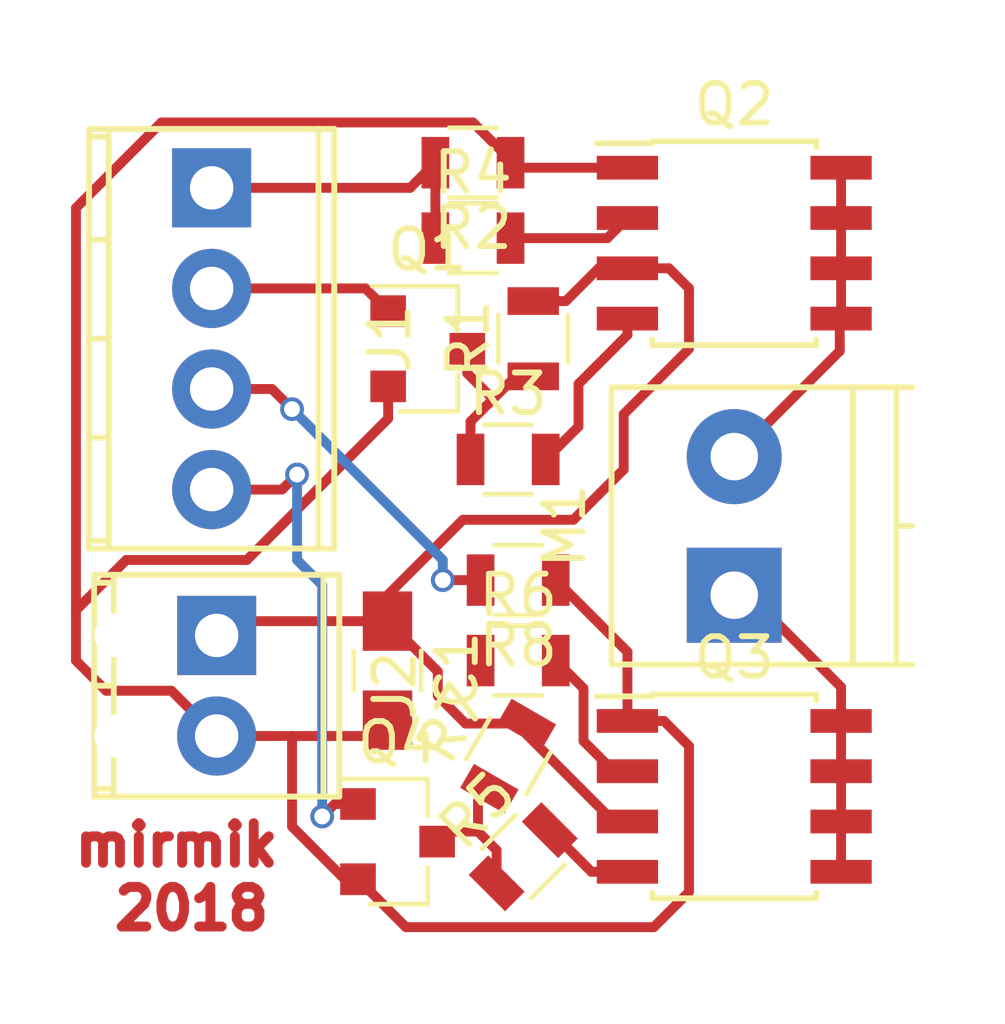
<source format=kicad_pcb>
(kicad_pcb (version 4) (host pcbnew 4.0.7-e2-6376~58~ubuntu16.04.1)

  (general
    (links 34)
    (no_connects 1)
    (area 160.38612 73.794427 186.145 99.814572)
    (thickness 1.6)
    (drawings 1)
    (tracks 109)
    (zones 0)
    (modules 16)
    (nets 15)
  )

  (page A4)
  (layers
    (0 F.Cu signal)
    (31 B.Cu signal)
    (32 B.Adhes user)
    (33 F.Adhes user)
    (34 B.Paste user)
    (35 F.Paste user)
    (36 B.SilkS user)
    (37 F.SilkS user)
    (38 B.Mask user)
    (39 F.Mask user)
    (40 Dwgs.User user)
    (41 Cmts.User user)
    (42 Eco1.User user)
    (43 Eco2.User user)
    (44 Edge.Cuts user)
    (45 Margin user)
    (46 B.CrtYd user)
    (47 F.CrtYd user)
    (48 B.Fab user)
    (49 F.Fab user)
  )

  (setup
    (last_trace_width 0.25)
    (trace_clearance 0.2)
    (zone_clearance 0.508)
    (zone_45_only no)
    (trace_min 0.2)
    (segment_width 0.2)
    (edge_width 0.15)
    (via_size 0.6)
    (via_drill 0.4)
    (via_min_size 0.4)
    (via_min_drill 0.3)
    (uvia_size 0.3)
    (uvia_drill 0.1)
    (uvias_allowed no)
    (uvia_min_size 0.2)
    (uvia_min_drill 0.1)
    (pcb_text_width 0.3)
    (pcb_text_size 1.5 1.5)
    (mod_edge_width 0.15)
    (mod_text_size 1 1)
    (mod_text_width 0.15)
    (pad_size 1.524 1.524)
    (pad_drill 0.762)
    (pad_to_mask_clearance 0.2)
    (aux_axis_origin 0 0)
    (visible_elements FFFCFFFF)
    (pcbplotparams
      (layerselection 0x00030_80000001)
      (usegerberextensions false)
      (excludeedgelayer true)
      (linewidth 0.100000)
      (plotframeref false)
      (viasonmask false)
      (mode 1)
      (useauxorigin false)
      (hpglpennumber 1)
      (hpglpenspeed 20)
      (hpglpendiameter 15)
      (hpglpenoverlay 2)
      (psnegative false)
      (psa4output false)
      (plotreference true)
      (plotvalue true)
      (plotinvisibletext false)
      (padsonsilk false)
      (subtractmaskfromsilk false)
      (outputformat 1)
      (mirror false)
      (drillshape 1)
      (scaleselection 1)
      (outputdirectory ""))
  )

  (net 0 "")
  (net 1 +BATT)
  (net 2 GNDREF)
  (net 3 /PWM_B)
  (net 4 /EN_A)
  (net 5 /PWM_A)
  (net 6 /EN_B)
  (net 7 "Net-(M1-Pad2)")
  (net 8 "Net-(M1-Pad1)")
  (net 9 "Net-(Q1-Pad3)")
  (net 10 "Net-(Q2-Pad2)")
  (net 11 "Net-(Q2-Pad4)")
  (net 12 "Net-(Q3-Pad2)")
  (net 13 "Net-(Q3-Pad4)")
  (net 14 "Net-(Q4-Pad3)")

  (net_class Default "This is the default net class."
    (clearance 0.2)
    (trace_width 0.25)
    (via_dia 0.6)
    (via_drill 0.4)
    (uvia_dia 0.3)
    (uvia_drill 0.1)
    (add_net +BATT)
    (add_net /EN_A)
    (add_net /EN_B)
    (add_net /PWM_A)
    (add_net /PWM_B)
    (add_net GNDREF)
    (add_net "Net-(M1-Pad1)")
    (add_net "Net-(M1-Pad2)")
    (add_net "Net-(Q1-Pad3)")
    (add_net "Net-(Q2-Pad2)")
    (add_net "Net-(Q2-Pad4)")
    (add_net "Net-(Q3-Pad2)")
    (add_net "Net-(Q3-Pad4)")
    (add_net "Net-(Q4-Pad3)")
  )

  (module Capacitors_SMD:C_0805_HandSoldering (layer F.Cu) (tedit 58AA84A8) (tstamp 5AF0A6CE)
    (at 170.307 90.805 270)
    (descr "Capacitor SMD 0805, hand soldering")
    (tags "capacitor 0805")
    (path /5AF0A12A)
    (attr smd)
    (fp_text reference C1 (at 0 -1.75 270) (layer F.SilkS)
      (effects (font (size 1 1) (thickness 0.15)))
    )
    (fp_text value C (at 0 1.75 270) (layer F.Fab)
      (effects (font (size 1 1) (thickness 0.15)))
    )
    (fp_text user %R (at 0 -1.75 270) (layer F.Fab)
      (effects (font (size 1 1) (thickness 0.15)))
    )
    (fp_line (start -1 0.62) (end -1 -0.62) (layer F.Fab) (width 0.1))
    (fp_line (start 1 0.62) (end -1 0.62) (layer F.Fab) (width 0.1))
    (fp_line (start 1 -0.62) (end 1 0.62) (layer F.Fab) (width 0.1))
    (fp_line (start -1 -0.62) (end 1 -0.62) (layer F.Fab) (width 0.1))
    (fp_line (start 0.5 -0.85) (end -0.5 -0.85) (layer F.SilkS) (width 0.12))
    (fp_line (start -0.5 0.85) (end 0.5 0.85) (layer F.SilkS) (width 0.12))
    (fp_line (start -2.25 -0.88) (end 2.25 -0.88) (layer F.CrtYd) (width 0.05))
    (fp_line (start -2.25 -0.88) (end -2.25 0.87) (layer F.CrtYd) (width 0.05))
    (fp_line (start 2.25 0.87) (end 2.25 -0.88) (layer F.CrtYd) (width 0.05))
    (fp_line (start 2.25 0.87) (end -2.25 0.87) (layer F.CrtYd) (width 0.05))
    (pad 1 smd rect (at -1.25 0 270) (size 1.5 1.25) (layers F.Cu F.Paste F.Mask)
      (net 1 +BATT))
    (pad 2 smd rect (at 1.25 0 270) (size 1.5 1.25) (layers F.Cu F.Paste F.Mask)
      (net 2 GNDREF))
    (model Capacitors_SMD.3dshapes/C_0805.wrl
      (at (xyz 0 0 0))
      (scale (xyz 1 1 1))
      (rotate (xyz 0 0 0))
    )
  )

  (module TerminalBlocks_Phoenix:TerminalBlock_Phoenix_MPT-2.54mm_4pol (layer F.Cu) (tedit 59FF0755) (tstamp 5AF0A6D6)
    (at 165.862 78.613 270)
    (descr "4-way 2.54mm pitch terminal block, Phoenix MPT series")
    (path /5AF0A683)
    (fp_text reference J1 (at 3.81 -4.50088 270) (layer F.SilkS)
      (effects (font (size 1 1) (thickness 0.15)))
    )
    (fp_text value Screw_Terminal_01x04 (at 3.81 4.50088 270) (layer F.Fab)
      (effects (font (size 1 1) (thickness 0.15)))
    )
    (fp_text user %R (at 3.81 0 270) (layer F.Fab)
      (effects (font (size 1 1) (thickness 0.15)))
    )
    (fp_line (start -1.78 -3.3) (end 9.4 -3.3) (layer F.CrtYd) (width 0.05))
    (fp_line (start -1.78 3.3) (end -1.78 -3.3) (layer F.CrtYd) (width 0.05))
    (fp_line (start 9.4 3.3) (end -1.78 3.3) (layer F.CrtYd) (width 0.05))
    (fp_line (start 9.4 -3.3) (end 9.4 3.3) (layer F.CrtYd) (width 0.05))
    (fp_line (start 9.11098 -3.0988) (end -1.49098 -3.0988) (layer F.SilkS) (width 0.15))
    (fp_line (start -1.49098 -2.70002) (end 9.11098 -2.70002) (layer F.SilkS) (width 0.15))
    (fp_line (start -1.49098 2.60096) (end 9.11098 2.60096) (layer F.SilkS) (width 0.15))
    (fp_line (start 9.11098 3.0988) (end -1.49098 3.0988) (layer F.SilkS) (width 0.15))
    (fp_line (start 6.30682 2.60096) (end 6.30682 3.0988) (layer F.SilkS) (width 0.15))
    (fp_line (start 3.81 2.60096) (end 3.81 3.0988) (layer F.SilkS) (width 0.15))
    (fp_line (start -1.28778 3.0988) (end -1.28778 2.60096) (layer F.SilkS) (width 0.15))
    (fp_line (start 8.91032 2.60096) (end 8.91032 3.0988) (layer F.SilkS) (width 0.15))
    (fp_line (start 1.31318 3.0988) (end 1.31318 2.60096) (layer F.SilkS) (width 0.15))
    (fp_line (start 9.10844 3.0988) (end 9.10844 -3.0988) (layer F.SilkS) (width 0.15))
    (fp_line (start -1.4859 -3.0988) (end -1.4859 3.0988) (layer F.SilkS) (width 0.15))
    (pad 4 thru_hole oval (at 7.62 0 90) (size 1.99898 1.99898) (drill 1.09728) (layers *.Cu *.Mask)
      (net 3 /PWM_B))
    (pad 1 thru_hole rect (at 0 0 90) (size 1.99898 1.99898) (drill 1.09728) (layers *.Cu *.Mask)
      (net 6 /EN_B))
    (pad 2 thru_hole oval (at 2.54 0 90) (size 1.99898 1.99898) (drill 1.09728) (layers *.Cu *.Mask)
      (net 5 /PWM_A))
    (pad 3 thru_hole oval (at 5.08 0 90) (size 1.99898 1.99898) (drill 1.09728) (layers *.Cu *.Mask)
      (net 4 /EN_A))
    (model ${KISYS3DMOD}/TerminalBlock_Phoenix.3dshapes/TerminalBlock_Phoenix_MPT-2.54mm_4pol.wrl
      (at (xyz 0.15 0 0))
      (scale (xyz 1 1 1))
      (rotate (xyz 0 0 0))
    )
  )

  (module TerminalBlocks_Phoenix:TerminalBlock_Phoenix_MPT-2.54mm_2pol (layer F.Cu) (tedit 59FF0755) (tstamp 5AF0A6DE)
    (at 165.989 89.916 270)
    (descr "2-way 2.54mm pitch terminal block, Phoenix MPT series")
    (path /5AF0C0ED)
    (fp_text reference J2 (at 1.27 -4.50088 270) (layer F.SilkS)
      (effects (font (size 1 1) (thickness 0.15)))
    )
    (fp_text value Screw_Terminal_01x02 (at 1.27 4.50088 270) (layer F.Fab)
      (effects (font (size 1 1) (thickness 0.15)))
    )
    (fp_text user %R (at 1.27 1.045 270) (layer F.Fab)
      (effects (font (size 1 1) (thickness 0.15)))
    )
    (fp_line (start -1.7 -3.3) (end 4.3 -3.3) (layer F.CrtYd) (width 0.05))
    (fp_line (start -1.7 3.3) (end -1.7 -3.3) (layer F.CrtYd) (width 0.05))
    (fp_line (start 4.3 3.3) (end -1.7 3.3) (layer F.CrtYd) (width 0.05))
    (fp_line (start 4.3 -3.3) (end 4.3 3.3) (layer F.CrtYd) (width 0.05))
    (fp_line (start 4.06908 2.60096) (end -1.52908 2.60096) (layer F.SilkS) (width 0.15))
    (fp_line (start -1.33096 3.0988) (end -1.33096 2.60096) (layer F.SilkS) (width 0.15))
    (fp_line (start 3.87096 2.60096) (end 3.87096 3.0988) (layer F.SilkS) (width 0.15))
    (fp_line (start 1.27 3.0988) (end 1.27 2.60096) (layer F.SilkS) (width 0.15))
    (fp_line (start -1.52908 -2.70002) (end 4.06908 -2.70002) (layer F.SilkS) (width 0.15))
    (fp_line (start -1.52908 3.0988) (end 4.06908 3.0988) (layer F.SilkS) (width 0.15))
    (fp_line (start 4.06908 3.0988) (end 4.06908 -3.0988) (layer F.SilkS) (width 0.15))
    (fp_line (start 4.06908 -3.0988) (end -1.52908 -3.0988) (layer F.SilkS) (width 0.15))
    (fp_line (start -1.52908 -3.0988) (end -1.52908 3.0988) (layer F.SilkS) (width 0.15))
    (pad 2 thru_hole oval (at 2.54 0 270) (size 1.99898 1.99898) (drill 1.09728) (layers *.Cu *.Mask)
      (net 2 GNDREF))
    (pad 1 thru_hole rect (at 0 0 270) (size 1.99898 1.99898) (drill 1.09728) (layers *.Cu *.Mask)
      (net 1 +BATT))
    (pad "" np_thru_hole circle (at 0 2.54 270) (size 1.1 1.1) (drill 1.1) (layers *.Cu *.Mask))
    (pad "" np_thru_hole circle (at 2.54 2.54 270) (size 1.1 1.1) (drill 1.1) (layers *.Cu *.Mask))
    (model ${KISYS3DMOD}/TerminalBlock_Phoenix.3dshapes/TerminalBlock_Phoenix_MPT-2.54mm_2pol.wrl
      (at (xyz 0.05 0 0))
      (scale (xyz 1 1 1))
      (rotate (xyz 0 0 0))
    )
  )

  (module TerminalBlocks_Phoenix:TerminalBlock_Phoenix_PT-3.5mm_2pol (layer F.Cu) (tedit 59FF0756) (tstamp 5AF0A6E4)
    (at 179.07 88.9 90)
    (descr "2-way 3.5mm pitch terminal block, Phoenix PT series")
    (path /5AF10717)
    (fp_text reference M1 (at 1.75 -4.3 90) (layer F.SilkS)
      (effects (font (size 1 1) (thickness 0.15)))
    )
    (fp_text value "Servo Motor" (at 1.75 6 90) (layer F.Fab)
      (effects (font (size 1 1) (thickness 0.15)))
    )
    (fp_text user %R (at 1.75 0 90) (layer F.Fab)
      (effects (font (size 1 1) (thickness 0.15)))
    )
    (fp_line (start -1.9 -3.3) (end 5.4 -3.3) (layer F.CrtYd) (width 0.05))
    (fp_line (start -1.9 4.7) (end -1.9 -3.3) (layer F.CrtYd) (width 0.05))
    (fp_line (start 5.4 4.7) (end -1.9 4.7) (layer F.CrtYd) (width 0.05))
    (fp_line (start 5.4 -3.3) (end 5.4 4.7) (layer F.CrtYd) (width 0.05))
    (fp_line (start 1.75 4.1) (end 1.75 4.5) (layer F.SilkS) (width 0.15))
    (fp_line (start -1.75 3) (end 5.25 3) (layer F.SilkS) (width 0.15))
    (fp_line (start -1.75 4.1) (end 5.25 4.1) (layer F.SilkS) (width 0.15))
    (fp_line (start -1.75 -3.1) (end -1.75 4.5) (layer F.SilkS) (width 0.15))
    (fp_line (start 5.25 4.5) (end 5.25 -3.1) (layer F.SilkS) (width 0.15))
    (fp_line (start 5.25 -3.1) (end -1.75 -3.1) (layer F.SilkS) (width 0.15))
    (pad 2 thru_hole circle (at 3.5 0 90) (size 2.4 2.4) (drill 1.2) (layers *.Cu *.Mask)
      (net 7 "Net-(M1-Pad2)"))
    (pad 1 thru_hole rect (at 0 0 90) (size 2.4 2.4) (drill 1.2) (layers *.Cu *.Mask)
      (net 8 "Net-(M1-Pad1)"))
    (model ${KISYS3DMOD}/TerminalBlock_Phoenix.3dshapes/TerminalBlock_Phoenix_PT-3.5mm_2pol.wrl
      (at (xyz 0 0 0))
      (scale (xyz 1 1 1))
      (rotate (xyz 0 0 0))
    )
  )

  (module TO_SOT_Packages_SMD:SOT-23 (layer F.Cu) (tedit 58CE4E7E) (tstamp 5AF0A6EB)
    (at 171.323 82.677)
    (descr "SOT-23, Standard")
    (tags SOT-23)
    (path /5AF0DF14)
    (attr smd)
    (fp_text reference Q1 (at 0 -2.5) (layer F.SilkS)
      (effects (font (size 1 1) (thickness 0.15)))
    )
    (fp_text value 2N7002 (at 0 2.5) (layer F.Fab)
      (effects (font (size 1 1) (thickness 0.15)))
    )
    (fp_text user %R (at 0 0 90) (layer F.Fab)
      (effects (font (size 0.5 0.5) (thickness 0.075)))
    )
    (fp_line (start -0.7 -0.95) (end -0.7 1.5) (layer F.Fab) (width 0.1))
    (fp_line (start -0.15 -1.52) (end 0.7 -1.52) (layer F.Fab) (width 0.1))
    (fp_line (start -0.7 -0.95) (end -0.15 -1.52) (layer F.Fab) (width 0.1))
    (fp_line (start 0.7 -1.52) (end 0.7 1.52) (layer F.Fab) (width 0.1))
    (fp_line (start -0.7 1.52) (end 0.7 1.52) (layer F.Fab) (width 0.1))
    (fp_line (start 0.76 1.58) (end 0.76 0.65) (layer F.SilkS) (width 0.12))
    (fp_line (start 0.76 -1.58) (end 0.76 -0.65) (layer F.SilkS) (width 0.12))
    (fp_line (start -1.7 -1.75) (end 1.7 -1.75) (layer F.CrtYd) (width 0.05))
    (fp_line (start 1.7 -1.75) (end 1.7 1.75) (layer F.CrtYd) (width 0.05))
    (fp_line (start 1.7 1.75) (end -1.7 1.75) (layer F.CrtYd) (width 0.05))
    (fp_line (start -1.7 1.75) (end -1.7 -1.75) (layer F.CrtYd) (width 0.05))
    (fp_line (start 0.76 -1.58) (end -1.4 -1.58) (layer F.SilkS) (width 0.12))
    (fp_line (start 0.76 1.58) (end -0.7 1.58) (layer F.SilkS) (width 0.12))
    (pad 1 smd rect (at -1 -0.95) (size 0.9 0.8) (layers F.Cu F.Paste F.Mask)
      (net 5 /PWM_A))
    (pad 2 smd rect (at -1 0.95) (size 0.9 0.8) (layers F.Cu F.Paste F.Mask)
      (net 2 GNDREF))
    (pad 3 smd rect (at 1 0) (size 0.9 0.8) (layers F.Cu F.Paste F.Mask)
      (net 9 "Net-(Q1-Pad3)"))
    (model ${KISYS3DMOD}/TO_SOT_Packages_SMD.3dshapes/SOT-23.wrl
      (at (xyz 0 0 0))
      (scale (xyz 1 1 1))
      (rotate (xyz 0 0 0))
    )
  )

  (module Housings_SOIC:SOIC-8_3.9x4.9mm_Pitch1.27mm (layer F.Cu) (tedit 58CD0CDA) (tstamp 5AF0A6F7)
    (at 179.07 80.01)
    (descr "8-Lead Plastic Small Outline (SN) - Narrow, 3.90 mm Body [SOIC] (see Microchip Packaging Specification 00000049BS.pdf)")
    (tags "SOIC 1.27")
    (path /5AF0DEEF)
    (attr smd)
    (fp_text reference Q2 (at 0 -3.5) (layer F.SilkS)
      (effects (font (size 1 1) (thickness 0.15)))
    )
    (fp_text value IRF7309IPBF (at 0 3.5) (layer F.Fab)
      (effects (font (size 1 1) (thickness 0.15)))
    )
    (fp_text user %R (at 0 0) (layer F.Fab)
      (effects (font (size 1 1) (thickness 0.15)))
    )
    (fp_line (start -0.95 -2.45) (end 1.95 -2.45) (layer F.Fab) (width 0.1))
    (fp_line (start 1.95 -2.45) (end 1.95 2.45) (layer F.Fab) (width 0.1))
    (fp_line (start 1.95 2.45) (end -1.95 2.45) (layer F.Fab) (width 0.1))
    (fp_line (start -1.95 2.45) (end -1.95 -1.45) (layer F.Fab) (width 0.1))
    (fp_line (start -1.95 -1.45) (end -0.95 -2.45) (layer F.Fab) (width 0.1))
    (fp_line (start -3.73 -2.7) (end -3.73 2.7) (layer F.CrtYd) (width 0.05))
    (fp_line (start 3.73 -2.7) (end 3.73 2.7) (layer F.CrtYd) (width 0.05))
    (fp_line (start -3.73 -2.7) (end 3.73 -2.7) (layer F.CrtYd) (width 0.05))
    (fp_line (start -3.73 2.7) (end 3.73 2.7) (layer F.CrtYd) (width 0.05))
    (fp_line (start -2.075 -2.575) (end -2.075 -2.525) (layer F.SilkS) (width 0.15))
    (fp_line (start 2.075 -2.575) (end 2.075 -2.43) (layer F.SilkS) (width 0.15))
    (fp_line (start 2.075 2.575) (end 2.075 2.43) (layer F.SilkS) (width 0.15))
    (fp_line (start -2.075 2.575) (end -2.075 2.43) (layer F.SilkS) (width 0.15))
    (fp_line (start -2.075 -2.575) (end 2.075 -2.575) (layer F.SilkS) (width 0.15))
    (fp_line (start -2.075 2.575) (end 2.075 2.575) (layer F.SilkS) (width 0.15))
    (fp_line (start -2.075 -2.525) (end -3.475 -2.525) (layer F.SilkS) (width 0.15))
    (pad 1 smd rect (at -2.7 -1.905) (size 1.55 0.6) (layers F.Cu F.Paste F.Mask)
      (net 2 GNDREF))
    (pad 2 smd rect (at -2.7 -0.635) (size 1.55 0.6) (layers F.Cu F.Paste F.Mask)
      (net 10 "Net-(Q2-Pad2)"))
    (pad 3 smd rect (at -2.7 0.635) (size 1.55 0.6) (layers F.Cu F.Paste F.Mask)
      (net 1 +BATT))
    (pad 4 smd rect (at -2.7 1.905) (size 1.55 0.6) (layers F.Cu F.Paste F.Mask)
      (net 11 "Net-(Q2-Pad4)"))
    (pad 5 smd rect (at 2.7 1.905) (size 1.55 0.6) (layers F.Cu F.Paste F.Mask)
      (net 7 "Net-(M1-Pad2)"))
    (pad 6 smd rect (at 2.7 0.635) (size 1.55 0.6) (layers F.Cu F.Paste F.Mask)
      (net 7 "Net-(M1-Pad2)"))
    (pad 7 smd rect (at 2.7 -0.635) (size 1.55 0.6) (layers F.Cu F.Paste F.Mask)
      (net 7 "Net-(M1-Pad2)"))
    (pad 8 smd rect (at 2.7 -1.905) (size 1.55 0.6) (layers F.Cu F.Paste F.Mask)
      (net 7 "Net-(M1-Pad2)"))
    (model ${KISYS3DMOD}/Housings_SOIC.3dshapes/SOIC-8_3.9x4.9mm_Pitch1.27mm.wrl
      (at (xyz 0 0 0))
      (scale (xyz 1 1 1))
      (rotate (xyz 0 0 0))
    )
  )

  (module Housings_SOIC:SOIC-8_3.9x4.9mm_Pitch1.27mm (layer F.Cu) (tedit 58CD0CDA) (tstamp 5AF0A703)
    (at 179.07 93.98)
    (descr "8-Lead Plastic Small Outline (SN) - Narrow, 3.90 mm Body [SOIC] (see Microchip Packaging Specification 00000049BS.pdf)")
    (tags "SOIC 1.27")
    (path /5AF08F55)
    (attr smd)
    (fp_text reference Q3 (at 0 -3.5) (layer F.SilkS)
      (effects (font (size 1 1) (thickness 0.15)))
    )
    (fp_text value IRF7309IPBF (at 0 3.5) (layer F.Fab)
      (effects (font (size 1 1) (thickness 0.15)))
    )
    (fp_text user %R (at 0 0) (layer F.Fab)
      (effects (font (size 1 1) (thickness 0.15)))
    )
    (fp_line (start -0.95 -2.45) (end 1.95 -2.45) (layer F.Fab) (width 0.1))
    (fp_line (start 1.95 -2.45) (end 1.95 2.45) (layer F.Fab) (width 0.1))
    (fp_line (start 1.95 2.45) (end -1.95 2.45) (layer F.Fab) (width 0.1))
    (fp_line (start -1.95 2.45) (end -1.95 -1.45) (layer F.Fab) (width 0.1))
    (fp_line (start -1.95 -1.45) (end -0.95 -2.45) (layer F.Fab) (width 0.1))
    (fp_line (start -3.73 -2.7) (end -3.73 2.7) (layer F.CrtYd) (width 0.05))
    (fp_line (start 3.73 -2.7) (end 3.73 2.7) (layer F.CrtYd) (width 0.05))
    (fp_line (start -3.73 -2.7) (end 3.73 -2.7) (layer F.CrtYd) (width 0.05))
    (fp_line (start -3.73 2.7) (end 3.73 2.7) (layer F.CrtYd) (width 0.05))
    (fp_line (start -2.075 -2.575) (end -2.075 -2.525) (layer F.SilkS) (width 0.15))
    (fp_line (start 2.075 -2.575) (end 2.075 -2.43) (layer F.SilkS) (width 0.15))
    (fp_line (start 2.075 2.575) (end 2.075 2.43) (layer F.SilkS) (width 0.15))
    (fp_line (start -2.075 2.575) (end -2.075 2.43) (layer F.SilkS) (width 0.15))
    (fp_line (start -2.075 -2.575) (end 2.075 -2.575) (layer F.SilkS) (width 0.15))
    (fp_line (start -2.075 2.575) (end 2.075 2.575) (layer F.SilkS) (width 0.15))
    (fp_line (start -2.075 -2.525) (end -3.475 -2.525) (layer F.SilkS) (width 0.15))
    (pad 1 smd rect (at -2.7 -1.905) (size 1.55 0.6) (layers F.Cu F.Paste F.Mask)
      (net 2 GNDREF))
    (pad 2 smd rect (at -2.7 -0.635) (size 1.55 0.6) (layers F.Cu F.Paste F.Mask)
      (net 12 "Net-(Q3-Pad2)"))
    (pad 3 smd rect (at -2.7 0.635) (size 1.55 0.6) (layers F.Cu F.Paste F.Mask)
      (net 1 +BATT))
    (pad 4 smd rect (at -2.7 1.905) (size 1.55 0.6) (layers F.Cu F.Paste F.Mask)
      (net 13 "Net-(Q3-Pad4)"))
    (pad 5 smd rect (at 2.7 1.905) (size 1.55 0.6) (layers F.Cu F.Paste F.Mask)
      (net 8 "Net-(M1-Pad1)"))
    (pad 6 smd rect (at 2.7 0.635) (size 1.55 0.6) (layers F.Cu F.Paste F.Mask)
      (net 8 "Net-(M1-Pad1)"))
    (pad 7 smd rect (at 2.7 -0.635) (size 1.55 0.6) (layers F.Cu F.Paste F.Mask)
      (net 8 "Net-(M1-Pad1)"))
    (pad 8 smd rect (at 2.7 -1.905) (size 1.55 0.6) (layers F.Cu F.Paste F.Mask)
      (net 8 "Net-(M1-Pad1)"))
    (model ${KISYS3DMOD}/Housings_SOIC.3dshapes/SOIC-8_3.9x4.9mm_Pitch1.27mm.wrl
      (at (xyz 0 0 0))
      (scale (xyz 1 1 1))
      (rotate (xyz 0 0 0))
    )
  )

  (module TO_SOT_Packages_SMD:SOT-23 (layer F.Cu) (tedit 58CE4E7E) (tstamp 5AF0A70A)
    (at 170.561 95.123)
    (descr "SOT-23, Standard")
    (tags SOT-23)
    (path /5AF094AB)
    (attr smd)
    (fp_text reference Q4 (at 0 -2.5) (layer F.SilkS)
      (effects (font (size 1 1) (thickness 0.15)))
    )
    (fp_text value 2N7002 (at 0 2.5) (layer F.Fab)
      (effects (font (size 1 1) (thickness 0.15)))
    )
    (fp_text user %R (at 0 0 90) (layer F.Fab)
      (effects (font (size 0.5 0.5) (thickness 0.075)))
    )
    (fp_line (start -0.7 -0.95) (end -0.7 1.5) (layer F.Fab) (width 0.1))
    (fp_line (start -0.15 -1.52) (end 0.7 -1.52) (layer F.Fab) (width 0.1))
    (fp_line (start -0.7 -0.95) (end -0.15 -1.52) (layer F.Fab) (width 0.1))
    (fp_line (start 0.7 -1.52) (end 0.7 1.52) (layer F.Fab) (width 0.1))
    (fp_line (start -0.7 1.52) (end 0.7 1.52) (layer F.Fab) (width 0.1))
    (fp_line (start 0.76 1.58) (end 0.76 0.65) (layer F.SilkS) (width 0.12))
    (fp_line (start 0.76 -1.58) (end 0.76 -0.65) (layer F.SilkS) (width 0.12))
    (fp_line (start -1.7 -1.75) (end 1.7 -1.75) (layer F.CrtYd) (width 0.05))
    (fp_line (start 1.7 -1.75) (end 1.7 1.75) (layer F.CrtYd) (width 0.05))
    (fp_line (start 1.7 1.75) (end -1.7 1.75) (layer F.CrtYd) (width 0.05))
    (fp_line (start -1.7 1.75) (end -1.7 -1.75) (layer F.CrtYd) (width 0.05))
    (fp_line (start 0.76 -1.58) (end -1.4 -1.58) (layer F.SilkS) (width 0.12))
    (fp_line (start 0.76 1.58) (end -0.7 1.58) (layer F.SilkS) (width 0.12))
    (pad 1 smd rect (at -1 -0.95) (size 0.9 0.8) (layers F.Cu F.Paste F.Mask)
      (net 3 /PWM_B))
    (pad 2 smd rect (at -1 0.95) (size 0.9 0.8) (layers F.Cu F.Paste F.Mask)
      (net 2 GNDREF))
    (pad 3 smd rect (at 1 0) (size 0.9 0.8) (layers F.Cu F.Paste F.Mask)
      (net 14 "Net-(Q4-Pad3)"))
    (model ${KISYS3DMOD}/TO_SOT_Packages_SMD.3dshapes/SOT-23.wrl
      (at (xyz 0 0 0))
      (scale (xyz 1 1 1))
      (rotate (xyz 0 0 0))
    )
  )

  (module Resistors_SMD:R_0805 (layer F.Cu) (tedit 58E0A804) (tstamp 5AF0A710)
    (at 173.99 82.423 90)
    (descr "Resistor SMD 0805, reflow soldering, Vishay (see dcrcw.pdf)")
    (tags "resistor 0805")
    (path /5AF0DF21)
    (attr smd)
    (fp_text reference R1 (at 0 -1.65 90) (layer F.SilkS)
      (effects (font (size 1 1) (thickness 0.15)))
    )
    (fp_text value R (at 0 1.75 90) (layer F.Fab)
      (effects (font (size 1 1) (thickness 0.15)))
    )
    (fp_text user %R (at 0 0 90) (layer F.Fab)
      (effects (font (size 0.5 0.5) (thickness 0.075)))
    )
    (fp_line (start -1 0.62) (end -1 -0.62) (layer F.Fab) (width 0.1))
    (fp_line (start 1 0.62) (end -1 0.62) (layer F.Fab) (width 0.1))
    (fp_line (start 1 -0.62) (end 1 0.62) (layer F.Fab) (width 0.1))
    (fp_line (start -1 -0.62) (end 1 -0.62) (layer F.Fab) (width 0.1))
    (fp_line (start 0.6 0.88) (end -0.6 0.88) (layer F.SilkS) (width 0.12))
    (fp_line (start -0.6 -0.88) (end 0.6 -0.88) (layer F.SilkS) (width 0.12))
    (fp_line (start -1.55 -0.9) (end 1.55 -0.9) (layer F.CrtYd) (width 0.05))
    (fp_line (start -1.55 -0.9) (end -1.55 0.9) (layer F.CrtYd) (width 0.05))
    (fp_line (start 1.55 0.9) (end 1.55 -0.9) (layer F.CrtYd) (width 0.05))
    (fp_line (start 1.55 0.9) (end -1.55 0.9) (layer F.CrtYd) (width 0.05))
    (pad 1 smd rect (at -0.95 0 90) (size 0.7 1.3) (layers F.Cu F.Paste F.Mask)
      (net 9 "Net-(Q1-Pad3)"))
    (pad 2 smd rect (at 0.95 0 90) (size 0.7 1.3) (layers F.Cu F.Paste F.Mask)
      (net 1 +BATT))
    (model ${KISYS3DMOD}/Resistors_SMD.3dshapes/R_0805.wrl
      (at (xyz 0 0 0))
      (scale (xyz 1 1 1))
      (rotate (xyz 0 0 0))
    )
  )

  (module Resistors_SMD:R_0805 (layer F.Cu) (tedit 58E0A804) (tstamp 5AF0A716)
    (at 172.466 77.978 180)
    (descr "Resistor SMD 0805, reflow soldering, Vishay (see dcrcw.pdf)")
    (tags "resistor 0805")
    (path /5AF0DF0D)
    (attr smd)
    (fp_text reference R2 (at 0 -1.65 180) (layer F.SilkS)
      (effects (font (size 1 1) (thickness 0.15)))
    )
    (fp_text value R (at 0 1.75 180) (layer F.Fab)
      (effects (font (size 1 1) (thickness 0.15)))
    )
    (fp_text user %R (at 0 0 180) (layer F.Fab)
      (effects (font (size 0.5 0.5) (thickness 0.075)))
    )
    (fp_line (start -1 0.62) (end -1 -0.62) (layer F.Fab) (width 0.1))
    (fp_line (start 1 0.62) (end -1 0.62) (layer F.Fab) (width 0.1))
    (fp_line (start 1 -0.62) (end 1 0.62) (layer F.Fab) (width 0.1))
    (fp_line (start -1 -0.62) (end 1 -0.62) (layer F.Fab) (width 0.1))
    (fp_line (start 0.6 0.88) (end -0.6 0.88) (layer F.SilkS) (width 0.12))
    (fp_line (start -0.6 -0.88) (end 0.6 -0.88) (layer F.SilkS) (width 0.12))
    (fp_line (start -1.55 -0.9) (end 1.55 -0.9) (layer F.CrtYd) (width 0.05))
    (fp_line (start -1.55 -0.9) (end -1.55 0.9) (layer F.CrtYd) (width 0.05))
    (fp_line (start 1.55 0.9) (end 1.55 -0.9) (layer F.CrtYd) (width 0.05))
    (fp_line (start 1.55 0.9) (end -1.55 0.9) (layer F.CrtYd) (width 0.05))
    (pad 1 smd rect (at -0.95 0 180) (size 0.7 1.3) (layers F.Cu F.Paste F.Mask)
      (net 2 GNDREF))
    (pad 2 smd rect (at 0.95 0 180) (size 0.7 1.3) (layers F.Cu F.Paste F.Mask)
      (net 6 /EN_B))
    (model ${KISYS3DMOD}/Resistors_SMD.3dshapes/R_0805.wrl
      (at (xyz 0 0 0))
      (scale (xyz 1 1 1))
      (rotate (xyz 0 0 0))
    )
  )

  (module Resistors_SMD:R_0805 (layer F.Cu) (tedit 58E0A804) (tstamp 5AF0A71C)
    (at 173.355 85.471)
    (descr "Resistor SMD 0805, reflow soldering, Vishay (see dcrcw.pdf)")
    (tags "resistor 0805")
    (path /5AF0DEFB)
    (attr smd)
    (fp_text reference R3 (at 0 -1.65) (layer F.SilkS)
      (effects (font (size 1 1) (thickness 0.15)))
    )
    (fp_text value R (at 0 1.75) (layer F.Fab)
      (effects (font (size 1 1) (thickness 0.15)))
    )
    (fp_text user %R (at 0 0) (layer F.Fab)
      (effects (font (size 0.5 0.5) (thickness 0.075)))
    )
    (fp_line (start -1 0.62) (end -1 -0.62) (layer F.Fab) (width 0.1))
    (fp_line (start 1 0.62) (end -1 0.62) (layer F.Fab) (width 0.1))
    (fp_line (start 1 -0.62) (end 1 0.62) (layer F.Fab) (width 0.1))
    (fp_line (start -1 -0.62) (end 1 -0.62) (layer F.Fab) (width 0.1))
    (fp_line (start 0.6 0.88) (end -0.6 0.88) (layer F.SilkS) (width 0.12))
    (fp_line (start -0.6 -0.88) (end 0.6 -0.88) (layer F.SilkS) (width 0.12))
    (fp_line (start -1.55 -0.9) (end 1.55 -0.9) (layer F.CrtYd) (width 0.05))
    (fp_line (start -1.55 -0.9) (end -1.55 0.9) (layer F.CrtYd) (width 0.05))
    (fp_line (start 1.55 0.9) (end 1.55 -0.9) (layer F.CrtYd) (width 0.05))
    (fp_line (start 1.55 0.9) (end -1.55 0.9) (layer F.CrtYd) (width 0.05))
    (pad 1 smd rect (at -0.95 0) (size 0.7 1.3) (layers F.Cu F.Paste F.Mask)
      (net 9 "Net-(Q1-Pad3)"))
    (pad 2 smd rect (at 0.95 0) (size 0.7 1.3) (layers F.Cu F.Paste F.Mask)
      (net 11 "Net-(Q2-Pad4)"))
    (model ${KISYS3DMOD}/Resistors_SMD.3dshapes/R_0805.wrl
      (at (xyz 0 0 0))
      (scale (xyz 1 1 1))
      (rotate (xyz 0 0 0))
    )
  )

  (module Resistors_SMD:R_0805 (layer F.Cu) (tedit 58E0A804) (tstamp 5AF0A722)
    (at 172.466 79.883)
    (descr "Resistor SMD 0805, reflow soldering, Vishay (see dcrcw.pdf)")
    (tags "resistor 0805")
    (path /5AF0DF01)
    (attr smd)
    (fp_text reference R4 (at 0 -1.65) (layer F.SilkS)
      (effects (font (size 1 1) (thickness 0.15)))
    )
    (fp_text value R (at 0 1.75) (layer F.Fab)
      (effects (font (size 1 1) (thickness 0.15)))
    )
    (fp_text user %R (at 0 0) (layer F.Fab)
      (effects (font (size 0.5 0.5) (thickness 0.075)))
    )
    (fp_line (start -1 0.62) (end -1 -0.62) (layer F.Fab) (width 0.1))
    (fp_line (start 1 0.62) (end -1 0.62) (layer F.Fab) (width 0.1))
    (fp_line (start 1 -0.62) (end 1 0.62) (layer F.Fab) (width 0.1))
    (fp_line (start -1 -0.62) (end 1 -0.62) (layer F.Fab) (width 0.1))
    (fp_line (start 0.6 0.88) (end -0.6 0.88) (layer F.SilkS) (width 0.12))
    (fp_line (start -0.6 -0.88) (end 0.6 -0.88) (layer F.SilkS) (width 0.12))
    (fp_line (start -1.55 -0.9) (end 1.55 -0.9) (layer F.CrtYd) (width 0.05))
    (fp_line (start -1.55 -0.9) (end -1.55 0.9) (layer F.CrtYd) (width 0.05))
    (fp_line (start 1.55 0.9) (end 1.55 -0.9) (layer F.CrtYd) (width 0.05))
    (fp_line (start 1.55 0.9) (end -1.55 0.9) (layer F.CrtYd) (width 0.05))
    (pad 1 smd rect (at -0.95 0) (size 0.7 1.3) (layers F.Cu F.Paste F.Mask)
      (net 6 /EN_B))
    (pad 2 smd rect (at 0.95 0) (size 0.7 1.3) (layers F.Cu F.Paste F.Mask)
      (net 10 "Net-(Q2-Pad2)"))
    (model ${KISYS3DMOD}/Resistors_SMD.3dshapes/R_0805.wrl
      (at (xyz 0 0 0))
      (scale (xyz 1 1 1))
      (rotate (xyz 0 0 0))
    )
  )

  (module Resistors_SMD:R_0805 (layer F.Cu) (tedit 58E0A804) (tstamp 5AF0A728)
    (at 173.736 95.504 45)
    (descr "Resistor SMD 0805, reflow soldering, Vishay (see dcrcw.pdf)")
    (tags "resistor 0805")
    (path /5AF091EA)
    (attr smd)
    (fp_text reference R5 (at 0 -1.65 45) (layer F.SilkS)
      (effects (font (size 1 1) (thickness 0.15)))
    )
    (fp_text value R (at 0 1.75 45) (layer F.Fab)
      (effects (font (size 1 1) (thickness 0.15)))
    )
    (fp_text user %R (at 0 0 45) (layer F.Fab)
      (effects (font (size 0.5 0.5) (thickness 0.075)))
    )
    (fp_line (start -1 0.62) (end -1 -0.62) (layer F.Fab) (width 0.1))
    (fp_line (start 1 0.62) (end -1 0.62) (layer F.Fab) (width 0.1))
    (fp_line (start 1 -0.62) (end 1 0.62) (layer F.Fab) (width 0.1))
    (fp_line (start -1 -0.62) (end 1 -0.62) (layer F.Fab) (width 0.1))
    (fp_line (start 0.6 0.88) (end -0.6 0.88) (layer F.SilkS) (width 0.12))
    (fp_line (start -0.6 -0.88) (end 0.6 -0.88) (layer F.SilkS) (width 0.12))
    (fp_line (start -1.55 -0.9) (end 1.55 -0.9) (layer F.CrtYd) (width 0.05))
    (fp_line (start -1.55 -0.9) (end -1.55 0.9) (layer F.CrtYd) (width 0.05))
    (fp_line (start 1.55 0.9) (end 1.55 -0.9) (layer F.CrtYd) (width 0.05))
    (fp_line (start 1.55 0.9) (end -1.55 0.9) (layer F.CrtYd) (width 0.05))
    (pad 1 smd rect (at -0.95 0 45) (size 0.7 1.3) (layers F.Cu F.Paste F.Mask)
      (net 14 "Net-(Q4-Pad3)"))
    (pad 2 smd rect (at 0.95 0 45) (size 0.7 1.3) (layers F.Cu F.Paste F.Mask)
      (net 13 "Net-(Q3-Pad4)"))
    (model ${KISYS3DMOD}/Resistors_SMD.3dshapes/R_0805.wrl
      (at (xyz 0 0 0))
      (scale (xyz 1 1 1))
      (rotate (xyz 0 0 0))
    )
  )

  (module Resistors_SMD:R_0805 (layer F.Cu) (tedit 58E0A804) (tstamp 5AF0A72E)
    (at 173.609 90.551)
    (descr "Resistor SMD 0805, reflow soldering, Vishay (see dcrcw.pdf)")
    (tags "resistor 0805")
    (path /5AF092AA)
    (attr smd)
    (fp_text reference R6 (at 0 -1.65) (layer F.SilkS)
      (effects (font (size 1 1) (thickness 0.15)))
    )
    (fp_text value R (at 0 1.75) (layer F.Fab)
      (effects (font (size 1 1) (thickness 0.15)))
    )
    (fp_text user %R (at 0 0) (layer F.Fab)
      (effects (font (size 0.5 0.5) (thickness 0.075)))
    )
    (fp_line (start -1 0.62) (end -1 -0.62) (layer F.Fab) (width 0.1))
    (fp_line (start 1 0.62) (end -1 0.62) (layer F.Fab) (width 0.1))
    (fp_line (start 1 -0.62) (end 1 0.62) (layer F.Fab) (width 0.1))
    (fp_line (start -1 -0.62) (end 1 -0.62) (layer F.Fab) (width 0.1))
    (fp_line (start 0.6 0.88) (end -0.6 0.88) (layer F.SilkS) (width 0.12))
    (fp_line (start -0.6 -0.88) (end 0.6 -0.88) (layer F.SilkS) (width 0.12))
    (fp_line (start -1.55 -0.9) (end 1.55 -0.9) (layer F.CrtYd) (width 0.05))
    (fp_line (start -1.55 -0.9) (end -1.55 0.9) (layer F.CrtYd) (width 0.05))
    (fp_line (start 1.55 0.9) (end 1.55 -0.9) (layer F.CrtYd) (width 0.05))
    (fp_line (start 1.55 0.9) (end -1.55 0.9) (layer F.CrtYd) (width 0.05))
    (pad 1 smd rect (at -0.95 0) (size 0.7 1.3) (layers F.Cu F.Paste F.Mask)
      (net 4 /EN_A))
    (pad 2 smd rect (at 0.95 0) (size 0.7 1.3) (layers F.Cu F.Paste F.Mask)
      (net 12 "Net-(Q3-Pad2)"))
    (model ${KISYS3DMOD}/Resistors_SMD.3dshapes/R_0805.wrl
      (at (xyz 0 0 0))
      (scale (xyz 1 1 1))
      (rotate (xyz 0 0 0))
    )
  )

  (module Resistors_SMD:R_0805 (layer F.Cu) (tedit 58E0A804) (tstamp 5AF0A734)
    (at 173.355 92.964 60)
    (descr "Resistor SMD 0805, reflow soldering, Vishay (see dcrcw.pdf)")
    (tags "resistor 0805")
    (path /5AF09894)
    (attr smd)
    (fp_text reference R7 (at 0 -1.65 60) (layer F.SilkS)
      (effects (font (size 1 1) (thickness 0.15)))
    )
    (fp_text value R (at 0 1.75 60) (layer F.Fab)
      (effects (font (size 1 1) (thickness 0.15)))
    )
    (fp_text user %R (at 0 0 60) (layer F.Fab)
      (effects (font (size 0.5 0.5) (thickness 0.075)))
    )
    (fp_line (start -1 0.62) (end -1 -0.62) (layer F.Fab) (width 0.1))
    (fp_line (start 1 0.62) (end -1 0.62) (layer F.Fab) (width 0.1))
    (fp_line (start 1 -0.62) (end 1 0.62) (layer F.Fab) (width 0.1))
    (fp_line (start -1 -0.62) (end 1 -0.62) (layer F.Fab) (width 0.1))
    (fp_line (start 0.6 0.88) (end -0.6 0.88) (layer F.SilkS) (width 0.12))
    (fp_line (start -0.6 -0.88) (end 0.6 -0.88) (layer F.SilkS) (width 0.12))
    (fp_line (start -1.55 -0.9) (end 1.55 -0.9) (layer F.CrtYd) (width 0.05))
    (fp_line (start -1.55 -0.9) (end -1.55 0.9) (layer F.CrtYd) (width 0.05))
    (fp_line (start 1.55 0.9) (end 1.55 -0.9) (layer F.CrtYd) (width 0.05))
    (fp_line (start 1.55 0.9) (end -1.55 0.9) (layer F.CrtYd) (width 0.05))
    (pad 1 smd rect (at -0.95 0 60) (size 0.7 1.3) (layers F.Cu F.Paste F.Mask)
      (net 14 "Net-(Q4-Pad3)"))
    (pad 2 smd rect (at 0.95 0 60) (size 0.7 1.3) (layers F.Cu F.Paste F.Mask)
      (net 1 +BATT))
    (model ${KISYS3DMOD}/Resistors_SMD.3dshapes/R_0805.wrl
      (at (xyz 0 0 0))
      (scale (xyz 1 1 1))
      (rotate (xyz 0 0 0))
    )
  )

  (module Resistors_SMD:R_0805 (layer F.Cu) (tedit 58E0A804) (tstamp 5AF0A73A)
    (at 173.609 88.519 180)
    (descr "Resistor SMD 0805, reflow soldering, Vishay (see dcrcw.pdf)")
    (tags "resistor 0805")
    (path /5AF09353)
    (attr smd)
    (fp_text reference R8 (at 0 -1.65 180) (layer F.SilkS)
      (effects (font (size 1 1) (thickness 0.15)))
    )
    (fp_text value R (at 0 1.75 180) (layer F.Fab)
      (effects (font (size 1 1) (thickness 0.15)))
    )
    (fp_text user %R (at 0 0 180) (layer F.Fab)
      (effects (font (size 0.5 0.5) (thickness 0.075)))
    )
    (fp_line (start -1 0.62) (end -1 -0.62) (layer F.Fab) (width 0.1))
    (fp_line (start 1 0.62) (end -1 0.62) (layer F.Fab) (width 0.1))
    (fp_line (start 1 -0.62) (end 1 0.62) (layer F.Fab) (width 0.1))
    (fp_line (start -1 -0.62) (end 1 -0.62) (layer F.Fab) (width 0.1))
    (fp_line (start 0.6 0.88) (end -0.6 0.88) (layer F.SilkS) (width 0.12))
    (fp_line (start -0.6 -0.88) (end 0.6 -0.88) (layer F.SilkS) (width 0.12))
    (fp_line (start -1.55 -0.9) (end 1.55 -0.9) (layer F.CrtYd) (width 0.05))
    (fp_line (start -1.55 -0.9) (end -1.55 0.9) (layer F.CrtYd) (width 0.05))
    (fp_line (start 1.55 0.9) (end 1.55 -0.9) (layer F.CrtYd) (width 0.05))
    (fp_line (start 1.55 0.9) (end -1.55 0.9) (layer F.CrtYd) (width 0.05))
    (pad 1 smd rect (at -0.95 0 180) (size 0.7 1.3) (layers F.Cu F.Paste F.Mask)
      (net 2 GNDREF))
    (pad 2 smd rect (at 0.95 0 180) (size 0.7 1.3) (layers F.Cu F.Paste F.Mask)
      (net 4 /EN_A))
    (model ${KISYS3DMOD}/Resistors_SMD.3dshapes/R_0805.wrl
      (at (xyz 0 0 0))
      (scale (xyz 1 1 1))
      (rotate (xyz 0 0 0))
    )
  )

  (gr_text "mirmik\n 2018\n" (at 164.973 96.012) (layer F.Cu)
    (effects (font (size 1 1) (thickness 0.25)))
  )

  (segment (start 173.83 92.141276) (end 172.278276 92.141276) (width 0.25) (layer F.Cu) (net 1))
  (segment (start 171.577 90.825) (end 170.307 89.555) (width 0.25) (layer F.Cu) (net 1) (tstamp 5AF0BE6F))
  (segment (start 171.577 91.44) (end 171.577 90.825) (width 0.25) (layer F.Cu) (net 1) (tstamp 5AF0BE6B))
  (segment (start 172.278276 92.141276) (end 171.577 91.44) (width 0.25) (layer F.Cu) (net 1) (tstamp 5AF0BE67))
  (segment (start 176.37 94.615) (end 176.022 94.615) (width 0.25) (layer F.Cu) (net 1))
  (segment (start 176.022 94.615) (end 173.83 92.423) (width 0.25) (layer F.Cu) (net 1) (tstamp 5AF0BE61))
  (segment (start 173.83 92.423) (end 173.83 92.141276) (width 0.25) (layer F.Cu) (net 1) (tstamp 5AF0BE63))
  (segment (start 176.37 80.645) (end 175.641 80.645) (width 0.25) (layer F.Cu) (net 1))
  (segment (start 175.641 80.645) (end 174.813 81.473) (width 0.25) (layer F.Cu) (net 1) (tstamp 5AF0BDD4))
  (segment (start 174.813 81.473) (end 173.99 81.473) (width 0.25) (layer F.Cu) (net 1) (tstamp 5AF0BDD7))
  (segment (start 170.307 89.555) (end 170.307 88.9) (width 0.25) (layer F.Cu) (net 1))
  (segment (start 170.307 88.9) (end 172.212 86.995) (width 0.25) (layer F.Cu) (net 1) (tstamp 5AF0BDBC))
  (segment (start 177.419 80.645) (end 176.37 80.645) (width 0.25) (layer F.Cu) (net 1) (tstamp 5AF0BDD0))
  (segment (start 177.927 81.153) (end 177.419 80.645) (width 0.25) (layer F.Cu) (net 1) (tstamp 5AF0BDCF))
  (segment (start 177.927 82.677) (end 177.927 81.153) (width 0.25) (layer F.Cu) (net 1) (tstamp 5AF0BDCC))
  (segment (start 176.276 84.328) (end 177.927 82.677) (width 0.25) (layer F.Cu) (net 1) (tstamp 5AF0BDC9))
  (segment (start 176.276 85.725) (end 176.276 84.328) (width 0.25) (layer F.Cu) (net 1) (tstamp 5AF0BDC6))
  (segment (start 175.006 86.995) (end 176.276 85.725) (width 0.25) (layer F.Cu) (net 1) (tstamp 5AF0BDC2))
  (segment (start 172.212 86.995) (end 175.006 86.995) (width 0.25) (layer F.Cu) (net 1) (tstamp 5AF0BDBF))
  (segment (start 170.307 89.555) (end 166.35 89.555) (width 0.25) (layer F.Cu) (net 1))
  (segment (start 166.35 89.555) (end 165.989 89.916) (width 0.25) (layer F.Cu) (net 1) (tstamp 5AF0BDB8))
  (segment (start 170.454 89.555) (end 170.307 89.555) (width 0.25) (layer F.Cu) (net 1) (tstamp 5AF0BDAF))
  (segment (start 176.37 94.615) (end 175.895 94.615) (width 0.25) (layer F.Cu) (net 1))
  (segment (start 173.416 77.978) (end 173.416 77.912) (width 0.25) (layer F.Cu) (net 2) (status C00000))
  (segment (start 173.416 77.912) (end 172.466 76.962) (width 0.25) (layer F.Cu) (net 2) (tstamp 5AF0BEBF) (status 400000))
  (segment (start 162.433 79.121) (end 162.433 89.281) (width 0.25) (layer F.Cu) (net 2) (tstamp 5AF0BEC8))
  (segment (start 164.592 76.962) (end 162.433 79.121) (width 0.25) (layer F.Cu) (net 2) (tstamp 5AF0BEC5))
  (segment (start 172.466 76.962) (end 164.592 76.962) (width 0.25) (layer F.Cu) (net 2) (tstamp 5AF0BEC2))
  (segment (start 170.323 83.627) (end 170.323 84.439) (width 0.25) (layer F.Cu) (net 2))
  (segment (start 164.846 91.313) (end 165.989 92.456) (width 0.25) (layer F.Cu) (net 2) (tstamp 5AF0BEA3))
  (segment (start 163.195 91.313) (end 164.846 91.313) (width 0.25) (layer F.Cu) (net 2) (tstamp 5AF0BEA2))
  (segment (start 162.433 90.551) (end 163.195 91.313) (width 0.25) (layer F.Cu) (net 2) (tstamp 5AF0BEA1))
  (segment (start 162.433 89.281) (end 162.433 90.551) (width 0.25) (layer F.Cu) (net 2) (tstamp 5AF0BE9F))
  (segment (start 163.703 88.011) (end 162.433 89.281) (width 0.25) (layer F.Cu) (net 2) (tstamp 5AF0BE9A))
  (segment (start 166.751 88.011) (end 163.703 88.011) (width 0.25) (layer F.Cu) (net 2) (tstamp 5AF0BE98))
  (segment (start 170.323 84.439) (end 166.751 88.011) (width 0.25) (layer F.Cu) (net 2) (tstamp 5AF0BE93))
  (segment (start 176.37 92.075) (end 176.37 90.33) (width 0.25) (layer F.Cu) (net 2))
  (segment (start 176.37 90.33) (end 174.559 88.519) (width 0.25) (layer F.Cu) (net 2) (tstamp 5AF0BE04))
  (segment (start 176.37 92.075) (end 177.292 92.075) (width 0.25) (layer F.Cu) (net 2))
  (segment (start 170.77 97.282) (end 169.561 96.073) (width 0.25) (layer F.Cu) (net 2) (tstamp 5AF0BDFE))
  (segment (start 177.038 97.282) (end 170.77 97.282) (width 0.25) (layer F.Cu) (net 2) (tstamp 5AF0BDF7))
  (segment (start 177.927 96.393) (end 177.038 97.282) (width 0.25) (layer F.Cu) (net 2) (tstamp 5AF0BDF5))
  (segment (start 177.927 92.71) (end 177.927 96.393) (width 0.25) (layer F.Cu) (net 2) (tstamp 5AF0BDF2))
  (segment (start 177.292 92.075) (end 177.927 92.71) (width 0.25) (layer F.Cu) (net 2) (tstamp 5AF0BDEF))
  (segment (start 169.561 96.073) (end 169.225 96.073) (width 0.25) (layer F.Cu) (net 2))
  (segment (start 169.225 96.073) (end 167.894 94.742) (width 0.25) (layer F.Cu) (net 2) (tstamp 5AF0BDE6))
  (segment (start 167.894 94.742) (end 167.894 92.456) (width 0.25) (layer F.Cu) (net 2) (tstamp 5AF0BDE7))
  (segment (start 165.989 92.456) (end 167.894 92.456) (width 0.25) (layer F.Cu) (net 2))
  (segment (start 167.894 92.456) (end 169.906 92.456) (width 0.25) (layer F.Cu) (net 2) (tstamp 5AF0BDEC))
  (segment (start 169.906 92.456) (end 170.307 92.055) (width 0.25) (layer F.Cu) (net 2) (tstamp 5AF0BDE3))
  (segment (start 176.37 78.105) (end 173.543 78.105) (width 0.25) (layer F.Cu) (net 2))
  (segment (start 173.543 78.105) (end 173.416 77.978) (width 0.25) (layer F.Cu) (net 2) (tstamp 5AF0BDDA))
  (segment (start 169.561 94.173) (end 168.971 94.173) (width 0.25) (layer F.Cu) (net 3) (status 400000))
  (segment (start 167.64 86.233) (end 165.862 86.233) (width 0.25) (layer F.Cu) (net 3) (tstamp 5AF0BF00) (status 800000))
  (segment (start 168.021 85.852) (end 167.64 86.233) (width 0.25) (layer F.Cu) (net 3) (tstamp 5AF0BEFF))
  (via (at 168.021 85.852) (size 0.6) (drill 0.4) (layers F.Cu B.Cu) (net 3))
  (segment (start 168.021 88.011) (end 168.021 85.852) (width 0.25) (layer B.Cu) (net 3) (tstamp 5AF0BEF1))
  (segment (start 168.656 88.646) (end 168.021 88.011) (width 0.25) (layer B.Cu) (net 3) (tstamp 5AF0BEED))
  (segment (start 168.656 94.488) (end 168.656 88.646) (width 0.25) (layer B.Cu) (net 3) (tstamp 5AF0BEEC))
  (via (at 168.656 94.488) (size 0.6) (drill 0.4) (layers F.Cu B.Cu) (net 3))
  (segment (start 168.971 94.173) (end 168.656 94.488) (width 0.25) (layer F.Cu) (net 3) (tstamp 5AF0BEE4))
  (segment (start 165.862 83.693) (end 167.386 83.693) (width 0.25) (layer F.Cu) (net 4) (status 400000))
  (segment (start 171.704 88.519) (end 172.659 88.519) (width 0.25) (layer F.Cu) (net 4) (tstamp 5AF0BF0A) (status 800000))
  (via (at 171.704 88.519) (size 0.6) (drill 0.4) (layers F.Cu B.Cu) (net 4))
  (segment (start 171.704 88.011) (end 171.704 88.519) (width 0.25) (layer B.Cu) (net 4) (tstamp 5AF0BF07))
  (segment (start 167.894 84.201) (end 171.704 88.011) (width 0.25) (layer B.Cu) (net 4) (tstamp 5AF0BF06))
  (via (at 167.894 84.201) (size 0.6) (drill 0.4) (layers F.Cu B.Cu) (net 4))
  (segment (start 167.386 83.693) (end 167.894 84.201) (width 0.25) (layer F.Cu) (net 4) (tstamp 5AF0BF03))
  (segment (start 165.862 81.153) (end 169.749 81.153) (width 0.25) (layer F.Cu) (net 5))
  (segment (start 169.749 81.153) (end 170.323 81.727) (width 0.25) (layer F.Cu) (net 5) (tstamp 5AF0BE7E))
  (segment (start 171.516 77.978) (end 171.516 79.883) (width 0.25) (layer F.Cu) (net 6))
  (segment (start 165.862 78.613) (end 170.881 78.613) (width 0.25) (layer F.Cu) (net 6))
  (segment (start 170.881 78.613) (end 171.516 77.978) (width 0.25) (layer F.Cu) (net 6) (tstamp 5AF0BE81))
  (segment (start 181.77 78.105) (end 181.77 79.375) (width 0.25) (layer F.Cu) (net 7))
  (segment (start 181.77 79.375) (end 181.77 80.645) (width 0.25) (layer F.Cu) (net 7) (tstamp 5AF0BD65))
  (segment (start 181.77 80.645) (end 181.77 81.915) (width 0.25) (layer F.Cu) (net 7) (tstamp 5AF0BD66))
  (segment (start 181.77 81.915) (end 181.737 81.948) (width 0.25) (layer F.Cu) (net 7) (tstamp 5AF0BD67))
  (segment (start 181.737 81.948) (end 181.737 82.733) (width 0.25) (layer F.Cu) (net 7) (tstamp 5AF0BD68))
  (segment (start 181.737 82.733) (end 179.07 85.4) (width 0.25) (layer F.Cu) (net 7) (tstamp 5AF0BD6B))
  (segment (start 181.77 93.345) (end 181.77 92.075) (width 0.25) (layer F.Cu) (net 8) (status C00000))
  (segment (start 179.07 88.9) (end 179.451 88.9) (width 0.25) (layer F.Cu) (net 8))
  (segment (start 179.451 88.9) (end 181.77 91.219) (width 0.25) (layer F.Cu) (net 8) (tstamp 5AF0BD6E))
  (segment (start 181.77 91.219) (end 181.77 93.345) (width 0.25) (layer F.Cu) (net 8) (tstamp 5AF0BD71))
  (segment (start 181.77 93.345) (end 181.77 94.615) (width 0.25) (layer F.Cu) (net 8) (tstamp 5AF0BD72))
  (segment (start 181.77 94.615) (end 181.77 95.885) (width 0.25) (layer F.Cu) (net 8) (tstamp 5AF0BD73))
  (segment (start 172.323 82.677) (end 172.323 83.296) (width 0.25) (layer F.Cu) (net 9) (status 400000))
  (segment (start 172.323 83.296) (end 172.974 83.947) (width 0.25) (layer F.Cu) (net 9) (tstamp 5AF0BEB9))
  (segment (start 173.99 83.373) (end 173.548 83.373) (width 0.25) (layer F.Cu) (net 9) (status C00000))
  (segment (start 173.548 83.373) (end 172.974 83.947) (width 0.25) (layer F.Cu) (net 9) (tstamp 5AF0BEB6) (status 400000))
  (segment (start 172.405 85.471) (end 172.405 84.516) (width 0.25) (layer F.Cu) (net 9) (status 400000))
  (segment (start 172.405 84.516) (end 172.974 83.947) (width 0.25) (layer F.Cu) (net 9) (tstamp 5AF0BEB2))
  (segment (start 173.416 79.883) (end 175.862 79.883) (width 0.25) (layer F.Cu) (net 10))
  (segment (start 175.862 79.883) (end 176.37 79.375) (width 0.25) (layer F.Cu) (net 10) (tstamp 5AF0BE86))
  (segment (start 176.37 81.915) (end 176.37 82.329) (width 0.25) (layer F.Cu) (net 11) (status 400000))
  (segment (start 175.133 84.643) (end 174.305 85.471) (width 0.25) (layer F.Cu) (net 11) (tstamp 5AF0BEE1) (status 800000))
  (segment (start 175.133 83.566) (end 175.133 84.643) (width 0.25) (layer F.Cu) (net 11) (tstamp 5AF0BEDD))
  (segment (start 176.37 82.329) (end 175.133 83.566) (width 0.25) (layer F.Cu) (net 11) (tstamp 5AF0BEDA))
  (segment (start 176.37 93.345) (end 176.022 93.345) (width 0.25) (layer F.Cu) (net 12))
  (segment (start 176.022 93.345) (end 175.26 92.583) (width 0.25) (layer F.Cu) (net 12) (tstamp 5AF0BE59))
  (segment (start 175.26 92.583) (end 175.26 91.252) (width 0.25) (layer F.Cu) (net 12) (tstamp 5AF0BE5B))
  (segment (start 175.26 91.252) (end 174.559 90.551) (width 0.25) (layer F.Cu) (net 12) (tstamp 5AF0BE5E))
  (segment (start 176.37 95.885) (end 175.460502 95.885) (width 0.25) (layer F.Cu) (net 13))
  (segment (start 175.460502 95.885) (end 174.407751 94.832249) (width 0.25) (layer F.Cu) (net 13) (tstamp 5AF0BD79))
  (segment (start 172.593 94.869) (end 171.815 94.869) (width 0.25) (layer F.Cu) (net 14))
  (segment (start 171.815 94.869) (end 171.561 95.123) (width 0.25) (layer F.Cu) (net 14) (tstamp 5AF0BD91))
  (segment (start 172.593 94.869) (end 172.593 94.107) (width 0.25) (layer F.Cu) (net 14))
  (segment (start 173.064249 95.340249) (end 172.593 94.869) (width 0.25) (layer F.Cu) (net 14) (tstamp 5AF0BD8A))
  (segment (start 173.064249 96.175751) (end 173.064249 95.340249) (width 0.25) (layer F.Cu) (net 14))
  (segment (start 172.593 94.107) (end 172.937249 93.762751) (width 0.25) (layer F.Cu) (net 14) (tstamp 5AF0BD8E))

)

</source>
